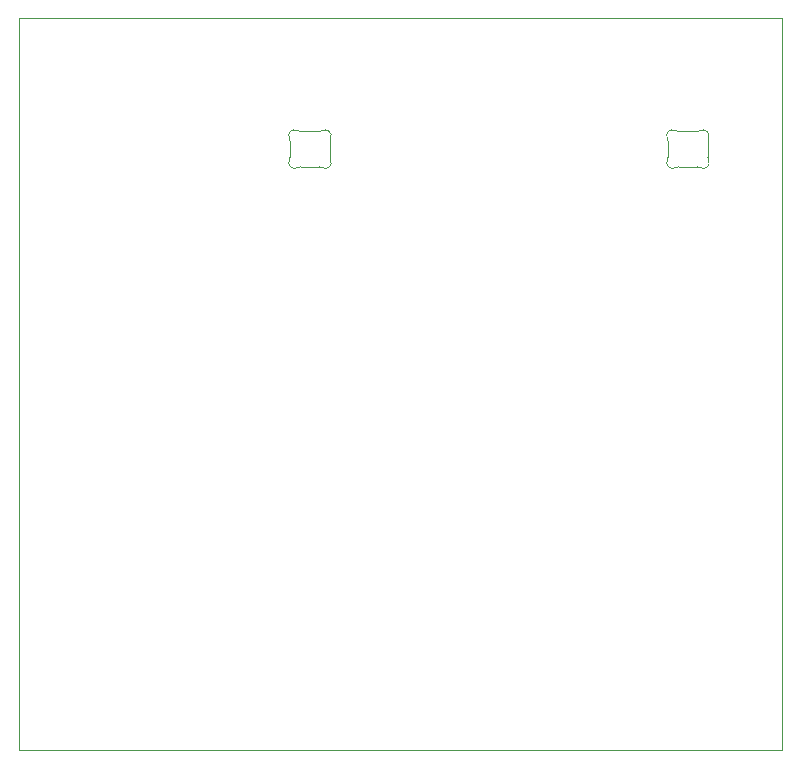
<source format=gbr>
%TF.GenerationSoftware,KiCad,Pcbnew,9.0.6*%
%TF.CreationDate,2026-01-21T20:04:43-06:00*%
%TF.ProjectId,test test,74657374-2074-4657-9374-2e6b69636164,rev?*%
%TF.SameCoordinates,Original*%
%TF.FileFunction,Profile,NP*%
%FSLAX46Y46*%
G04 Gerber Fmt 4.6, Leading zero omitted, Abs format (unit mm)*
G04 Created by KiCad (PCBNEW 9.0.6) date 2026-01-21 20:04:43*
%MOMM*%
%LPD*%
G01*
G04 APERTURE LIST*
%TA.AperFunction,Profile*%
%ADD10C,0.050000*%
%TD*%
%TA.AperFunction,Profile*%
%ADD11C,0.100000*%
%TD*%
G04 APERTURE END LIST*
D10*
X61600000Y-54200000D02*
X126200000Y-54200000D01*
X126200000Y-116200000D01*
X61600000Y-116200000D01*
X61600000Y-54200000D01*
D11*
%TO.C,D2*%
X116500002Y-66000000D02*
X116500002Y-64594316D01*
X117405549Y-63797159D02*
X118994454Y-63797159D01*
X118994453Y-66797158D02*
X117405549Y-66797158D01*
X119900000Y-64594316D02*
X119900000Y-66000000D01*
X116450517Y-64377438D02*
G75*
G02*
X116500002Y-64594316I-450505J-216876D01*
G01*
X116450517Y-64377438D02*
G75*
G02*
X117153290Y-63728859I450515J216878D01*
G01*
X116500002Y-66000001D02*
G75*
G02*
X116450517Y-66216878I-499990J-1D01*
G01*
X117153290Y-66865455D02*
G75*
G02*
X116450517Y-66216878I-252258J431700D01*
G01*
X117153291Y-66865457D02*
G75*
G02*
X117405549Y-66797158I252261J-431710D01*
G01*
X117405548Y-63797158D02*
G75*
G02*
X117153290Y-63728859I3J500009D01*
G01*
X118994453Y-66797158D02*
G75*
G02*
X119246712Y-66865457I-3J-500012D01*
G01*
X119246712Y-63728860D02*
G75*
G02*
X118994454Y-63797160I-252262J431710D01*
G01*
X119246712Y-63728860D02*
G75*
G02*
X119949484Y-64377438I252258J-431700D01*
G01*
X119900000Y-64594315D02*
G75*
G02*
X119949479Y-64377435I500000J15D01*
G01*
X119949485Y-66216877D02*
G75*
G02*
X119246712Y-66865457I-450514J-216880D01*
G01*
X119949485Y-66216878D02*
G75*
G02*
X119900000Y-66000000I450515J216878D01*
G01*
%TO.C,D1*%
X84500002Y-66000000D02*
X84500002Y-64594316D01*
X85405549Y-63797159D02*
X86994454Y-63797159D01*
X86994453Y-66797158D02*
X85405549Y-66797158D01*
X87900000Y-64594316D02*
X87900000Y-66000000D01*
X84450517Y-64377438D02*
G75*
G02*
X84500002Y-64594316I-450505J-216876D01*
G01*
X84450517Y-64377438D02*
G75*
G02*
X85153290Y-63728859I450515J216878D01*
G01*
X84500002Y-66000001D02*
G75*
G02*
X84450517Y-66216878I-499990J-1D01*
G01*
X85153290Y-66865455D02*
G75*
G02*
X84450517Y-66216878I-252258J431700D01*
G01*
X85153291Y-66865457D02*
G75*
G02*
X85405549Y-66797158I252261J-431710D01*
G01*
X85405548Y-63797158D02*
G75*
G02*
X85153290Y-63728859I3J500009D01*
G01*
X86994453Y-66797158D02*
G75*
G02*
X87246712Y-66865457I-3J-500012D01*
G01*
X87246712Y-63728860D02*
G75*
G02*
X86994454Y-63797160I-252262J431710D01*
G01*
X87246712Y-63728860D02*
G75*
G02*
X87949484Y-64377438I252258J-431700D01*
G01*
X87900000Y-64594315D02*
G75*
G02*
X87949479Y-64377435I500000J15D01*
G01*
X87949485Y-66216877D02*
G75*
G02*
X87246712Y-66865457I-450514J-216880D01*
G01*
X87949485Y-66216878D02*
G75*
G02*
X87900000Y-66000000I450515J216878D01*
G01*
%TD*%
M02*

</source>
